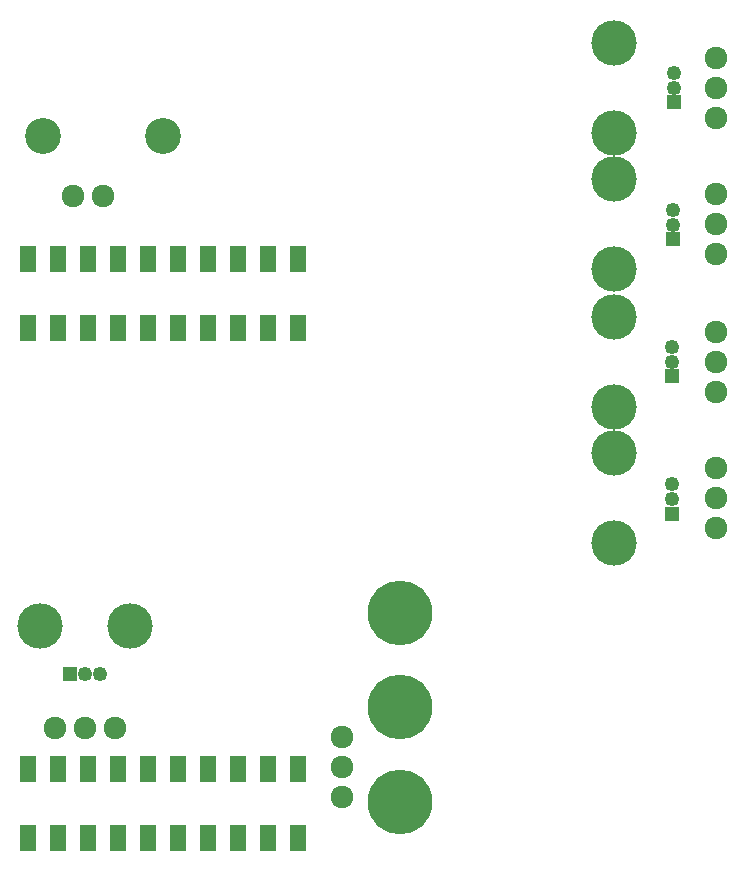
<source format=gbr>
G04 #@! TF.FileFunction,Soldermask,Bot*
%FSLAX46Y46*%
G04 Gerber Fmt 4.6, Leading zero omitted, Abs format (unit mm)*
G04 Created by KiCad (PCBNEW 4.0.7) date 04/17/18 20:18:09*
%MOMM*%
%LPD*%
G01*
G04 APERTURE LIST*
%ADD10C,0.100000*%
%ADD11R,1.250000X1.250000*%
%ADD12C,1.250000*%
%ADD13C,1.924000*%
%ADD14C,3.850000*%
%ADD15C,5.480000*%
%ADD16C,3.041600*%
%ADD17R,1.390600X2.178000*%
G04 APERTURE END LIST*
D10*
D11*
X165821360Y-120868440D03*
D12*
X165821360Y-119618440D03*
X165821360Y-118368440D03*
D11*
X165735000Y-132461000D03*
D12*
X165735000Y-131211000D03*
X165735000Y-129961000D03*
D11*
X165709600Y-144048800D03*
D12*
X165709600Y-142798800D03*
X165709600Y-141548800D03*
D11*
X165709600Y-155682000D03*
D12*
X165709600Y-154432000D03*
X165709600Y-153182000D03*
D13*
X169418000Y-122174000D03*
X169418000Y-119634000D03*
X169418000Y-117094000D03*
D14*
X160782000Y-123444000D03*
X160782000Y-115824000D03*
D13*
X169418000Y-133731000D03*
X169418000Y-131191000D03*
X169418000Y-128651000D03*
D14*
X160782000Y-135001000D03*
X160782000Y-127381000D03*
D13*
X169418000Y-145364200D03*
X169418000Y-142824200D03*
X169418000Y-140284200D03*
D14*
X160782000Y-146634200D03*
X160782000Y-139014200D03*
D13*
X169392600Y-156921200D03*
X169392600Y-154381200D03*
X169392600Y-151841200D03*
D14*
X160756600Y-158191200D03*
X160756600Y-150571200D03*
D13*
X137703560Y-174594520D03*
X137703560Y-177134520D03*
X137703560Y-179674520D03*
D15*
X142646400Y-164085000D03*
X142646400Y-172084000D03*
X142646400Y-180085000D03*
D13*
X118567200Y-173812200D03*
X116027200Y-173812200D03*
X113487200Y-173812200D03*
D14*
X119837200Y-165176200D03*
X112217200Y-165176200D03*
D11*
X114757200Y-169265600D03*
D12*
X116007200Y-169265600D03*
X117257200Y-169265600D03*
D13*
X117475000Y-128778000D03*
X114935000Y-128778000D03*
D16*
X112395000Y-123698000D03*
X122555000Y-123698000D03*
D17*
X133985000Y-183172100D03*
X111125000Y-134150100D03*
X111125000Y-139992100D03*
X111125000Y-177330100D03*
X111125000Y-183172100D03*
X113665000Y-134150100D03*
X116205000Y-134150100D03*
X118745000Y-134150100D03*
X121285000Y-134150100D03*
X123825000Y-134150100D03*
X126365000Y-134150100D03*
X128905000Y-134150100D03*
X131445000Y-134150100D03*
X133985000Y-134150100D03*
X113665000Y-139992100D03*
X116205000Y-139992100D03*
X118745000Y-139992100D03*
X121285000Y-139992100D03*
X123825000Y-139992100D03*
X126365000Y-139992100D03*
X128905000Y-139992100D03*
X131445000Y-139992100D03*
X133985000Y-139992100D03*
X113665000Y-177330100D03*
X116205000Y-177330100D03*
X118745000Y-177330100D03*
X121285000Y-177330100D03*
X123825000Y-177330100D03*
X126365000Y-177330100D03*
X128905000Y-177330100D03*
X133985000Y-177330100D03*
X113665000Y-183172100D03*
X116205000Y-183172100D03*
X118745000Y-183172100D03*
X121285000Y-183172100D03*
X123825000Y-183172100D03*
X126365000Y-183172100D03*
X128905000Y-183172100D03*
X131445000Y-183172100D03*
X131445000Y-177330100D03*
M02*

</source>
